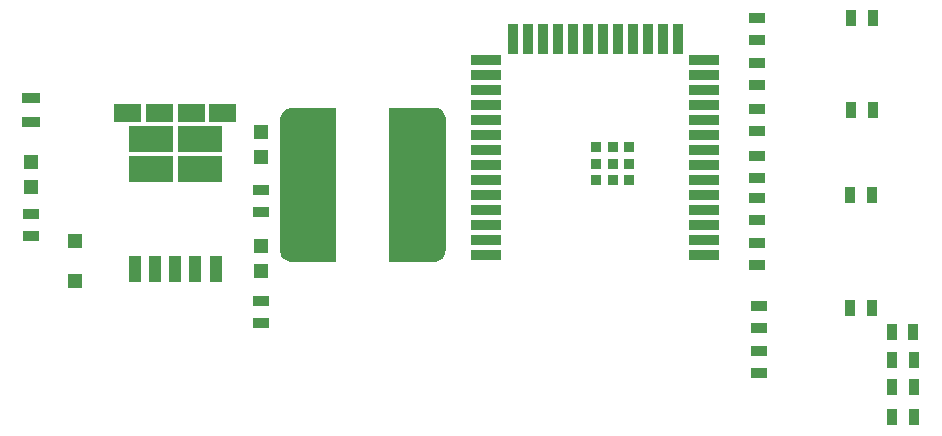
<source format=gbr>
%TF.GenerationSoftware,Altium Limited,Altium Designer,24.6.1 (21)*%
G04 Layer_Color=8421504*
%FSLAX45Y45*%
%MOMM*%
%TF.SameCoordinates,C77CD831-7174-4571-8234-5D84135F7459*%
%TF.FilePolarity,Positive*%
%TF.FileFunction,Paste,Top*%
%TF.Part,Single*%
G01*
G75*
%TA.AperFunction,SMDPad,CuDef*%
%ADD10R,1.40000X0.95000*%
%ADD11R,1.25000X1.25000*%
%ADD12R,3.75000X12.00000*%
%ADD13R,1.07000X2.16000*%
%ADD15R,0.90000X2.50000*%
%ADD16R,2.50000X0.90000*%
%TA.AperFunction,BGAPad,CuDef*%
%ADD17R,0.90000X0.90000*%
%TA.AperFunction,SMDPad,CuDef*%
%ADD18R,1.52000X0.93000*%
%ADD19R,1.20000X1.20000*%
%ADD20R,0.95000X1.40000*%
G36*
X5024120Y5412390D02*
X4795520D01*
Y5562250D01*
X5024120D01*
Y5412390D01*
D02*
G37*
G36*
X4754880D02*
X4526280D01*
Y5562250D01*
X4754880D01*
Y5412390D01*
D02*
G37*
G36*
X4485640D02*
X4257040D01*
Y5562250D01*
X4485640D01*
Y5412390D01*
D02*
G37*
G36*
X4216400D02*
X3987800D01*
Y5562250D01*
X4216400D01*
Y5412390D01*
D02*
G37*
G36*
X4904740Y5158390D02*
X4528820D01*
Y5371750D01*
X4904740D01*
Y5158390D01*
D02*
G37*
G36*
X4488180D02*
X4112260D01*
Y5371750D01*
X4488180D01*
Y5158390D01*
D02*
G37*
G36*
X4904740Y4904390D02*
X4528820D01*
Y5117750D01*
X4904740D01*
Y4904390D01*
D02*
G37*
G36*
X4488180D02*
X4112260D01*
Y5117750D01*
X4488180D01*
Y4904390D01*
D02*
G37*
G36*
X6731058Y5523762D02*
X6747744Y5516851D01*
X6762761Y5506817D01*
X6775531Y5494046D01*
X6785565Y5479029D01*
X6792477Y5462344D01*
X6796000Y5444630D01*
Y5435600D01*
Y4320540D01*
X6794746Y4319285D01*
Y4310255D01*
X6791222Y4292542D01*
X6784311Y4275856D01*
X6774277Y4260839D01*
X6761506Y4248068D01*
X6746489Y4238035D01*
X6729804Y4231123D01*
X6712090Y4227600D01*
X6703060D01*
X6321000Y4226800D01*
Y5526800D01*
X6704800D01*
X6704315Y5527286D01*
X6713345D01*
X6731058Y5523762D01*
D02*
G37*
G36*
X5871000Y4226800D02*
X5487200D01*
X5487685Y4226314D01*
X5478655D01*
X5460942Y4229838D01*
X5444256Y4236749D01*
X5429239Y4246783D01*
X5416468Y4259554D01*
X5406435Y4274571D01*
X5399523Y4291256D01*
X5396000Y4308970D01*
Y4318000D01*
Y5433060D01*
X5397254Y5434315D01*
Y5443345D01*
X5400778Y5461058D01*
X5407689Y5477744D01*
X5417723Y5492761D01*
X5430494Y5505531D01*
X5445511Y5515565D01*
X5462196Y5522477D01*
X5479910Y5526000D01*
X5488940D01*
X5489740Y5526800D01*
X5871000D01*
Y4226800D01*
D02*
G37*
D10*
X9436100Y5724098D02*
D03*
Y5909102D02*
D03*
X5232400Y3889802D02*
D03*
Y3704798D02*
D03*
Y4829602D02*
D03*
Y4644598D02*
D03*
X3289300Y4626402D02*
D03*
Y4441398D02*
D03*
X9436100Y4766102D02*
D03*
Y4581098D02*
D03*
Y6290102D02*
D03*
Y6105098D02*
D03*
Y4385102D02*
D03*
Y4200098D02*
D03*
X9448800Y3851702D02*
D03*
Y3666698D02*
D03*
X9436100Y5515402D02*
D03*
Y5330398D02*
D03*
X9448800Y3470702D02*
D03*
Y3285698D02*
D03*
X9436100Y5121702D02*
D03*
Y4936698D02*
D03*
D11*
X3657590Y4399102D02*
D03*
Y4059098D02*
D03*
D12*
X5633502Y4876800D02*
D03*
X6558498D02*
D03*
D13*
X4168501Y4164899D02*
D03*
X4338498D02*
D03*
X4508998D02*
D03*
X4678502D02*
D03*
X4848499D02*
D03*
D15*
X8760927Y6108898D02*
D03*
X8633927D02*
D03*
X8506927D02*
D03*
X8379927D02*
D03*
X8252927D02*
D03*
X8125927D02*
D03*
X7998927D02*
D03*
X7871927D02*
D03*
X7744927D02*
D03*
X7617927D02*
D03*
X7490927D02*
D03*
X7363927D02*
D03*
D16*
X7137425Y5933902D02*
D03*
Y5806902D02*
D03*
Y5679902D02*
D03*
Y5552902D02*
D03*
Y5425902D02*
D03*
Y5298902D02*
D03*
Y5171902D02*
D03*
Y5044902D02*
D03*
Y4917902D02*
D03*
Y4790902D02*
D03*
Y4663902D02*
D03*
Y4536902D02*
D03*
Y4409902D02*
D03*
Y4282902D02*
D03*
X8987424Y5933902D02*
D03*
Y5806902D02*
D03*
Y5679902D02*
D03*
Y5552902D02*
D03*
Y5425902D02*
D03*
Y5298902D02*
D03*
Y5171902D02*
D03*
Y5044902D02*
D03*
Y4917902D02*
D03*
Y4790902D02*
D03*
Y4663902D02*
D03*
Y4536902D02*
D03*
Y4409902D02*
D03*
Y4282902D02*
D03*
D17*
X8072425Y4914900D02*
D03*
Y5054900D02*
D03*
Y5194899D02*
D03*
X8212425D02*
D03*
X8352424D02*
D03*
Y5054900D02*
D03*
Y4914900D02*
D03*
X8212425D02*
D03*
Y5054900D02*
D03*
D18*
X3289300Y5611800D02*
D03*
Y5411800D02*
D03*
D19*
X5232400Y4359499D02*
D03*
Y4149501D02*
D03*
Y5324699D02*
D03*
Y5114701D02*
D03*
X3289300Y5070699D02*
D03*
Y4860701D02*
D03*
D20*
X10404902Y4787900D02*
D03*
X10219898D02*
D03*
X10417602Y6286500D02*
D03*
X10232598D02*
D03*
X10760502Y3162300D02*
D03*
X10575498D02*
D03*
Y2908300D02*
D03*
X10760502D02*
D03*
X10404902Y3835400D02*
D03*
X10219898D02*
D03*
X10417602Y5511800D02*
D03*
X10232598D02*
D03*
X10756900Y3632200D02*
D03*
X10571902D02*
D03*
X10575498Y3390900D02*
D03*
X10760502D02*
D03*
%TF.MD5,73299d0ce36302ff9d1b7654bec688df*%
M02*

</source>
